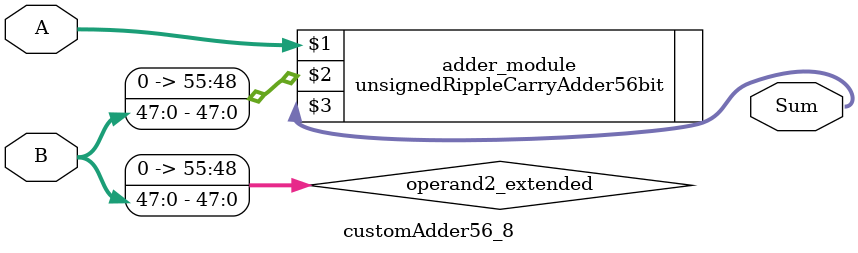
<source format=v>
module customAdder56_8(
                        input [55 : 0] A,
                        input [47 : 0] B,
                        
                        output [56 : 0] Sum
                );

        wire [55 : 0] operand2_extended;
        
        assign operand2_extended =  {8'b0, B};
        
        unsignedRippleCarryAdder56bit adder_module(
            A,
            operand2_extended,
            Sum
        );
        
        endmodule
        
</source>
